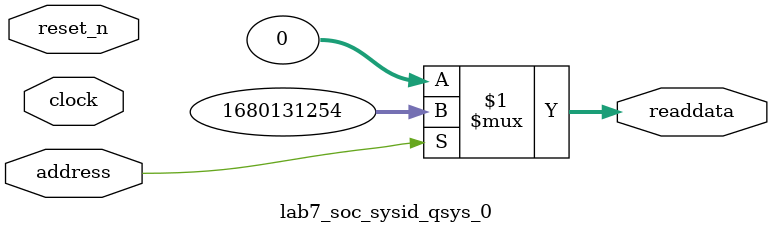
<source format=v>



// synthesis translate_off
`timescale 1ns / 1ps
// synthesis translate_on

// turn off superfluous verilog processor warnings 
// altera message_level Level1 
// altera message_off 10034 10035 10036 10037 10230 10240 10030 

module lab7_soc_sysid_qsys_0 (
               // inputs:
                address,
                clock,
                reset_n,

               // outputs:
                readdata
             )
;

  output  [ 31: 0] readdata;
  input            address;
  input            clock;
  input            reset_n;

  wire    [ 31: 0] readdata;
  //control_slave, which is an e_avalon_slave
  assign readdata = address ? 1680131254 : 0;

endmodule



</source>
